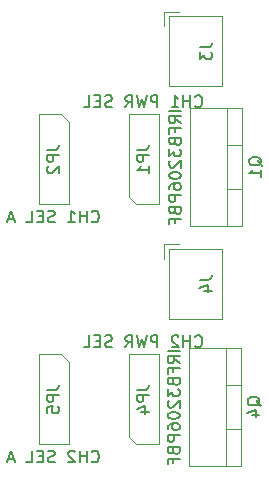
<source format=gbr>
G04 #@! TF.GenerationSoftware,KiCad,Pcbnew,(5.1.9)-1*
G04 #@! TF.CreationDate,2022-07-29T13:53:29-06:00*
G04 #@! TF.ProjectId,ABSIS_ALE_Relay_Module,41425349-535f-4414-9c45-5f52656c6179,1*
G04 #@! TF.SameCoordinates,Original*
G04 #@! TF.FileFunction,Other,Fab,Bot*
%FSLAX46Y46*%
G04 Gerber Fmt 4.6, Leading zero omitted, Abs format (unit mm)*
G04 Created by KiCad (PCBNEW (5.1.9)-1) date 2022-07-29 13:53:29*
%MOMM*%
%LPD*%
G01*
G04 APERTURE LIST*
%ADD10C,0.100000*%
%ADD11C,0.150000*%
G04 APERTURE END LIST*
D10*
X126085000Y-98890000D02*
X125450000Y-98255000D01*
X126085000Y-105875000D02*
X126085000Y-98890000D01*
X123545000Y-105875000D02*
X126085000Y-105875000D01*
X123545000Y-98255000D02*
X123545000Y-105875000D01*
X125450000Y-98255000D02*
X123545000Y-98255000D01*
X126085000Y-78570000D02*
X125450000Y-77935000D01*
X126085000Y-85555000D02*
X126085000Y-78570000D01*
X123545000Y-85555000D02*
X126085000Y-85555000D01*
X123545000Y-77935000D02*
X123545000Y-85555000D01*
X125450000Y-77935000D02*
X123545000Y-77935000D01*
X140665000Y-100850000D02*
X139395000Y-100850000D01*
X140665000Y-104550000D02*
X139395000Y-104550000D01*
X139395000Y-107700000D02*
X139395000Y-97700000D01*
X140665000Y-97700000D02*
X140665000Y-107700000D01*
X136265000Y-97700000D02*
X140665000Y-97700000D01*
X136265000Y-107700000D02*
X136265000Y-97700000D01*
X140665000Y-107700000D02*
X136265000Y-107700000D01*
X140792000Y-80530000D02*
X139522000Y-80530000D01*
X140792000Y-84230000D02*
X139522000Y-84230000D01*
X139522000Y-87380000D02*
X139522000Y-77380000D01*
X140792000Y-77380000D02*
X140792000Y-87380000D01*
X136392000Y-77380000D02*
X140792000Y-77380000D01*
X136392000Y-87380000D02*
X136392000Y-77380000D01*
X140792000Y-87380000D02*
X136392000Y-87380000D01*
X131165000Y-105240000D02*
X131800000Y-105875000D01*
X131165000Y-98255000D02*
X131165000Y-105240000D01*
X133705000Y-98255000D02*
X131165000Y-98255000D01*
X133705000Y-105875000D02*
X133705000Y-98255000D01*
X131800000Y-105875000D02*
X133705000Y-105875000D01*
X131165000Y-84920000D02*
X131800000Y-85555000D01*
X131165000Y-77935000D02*
X131165000Y-84920000D01*
X133705000Y-77935000D02*
X131165000Y-77935000D01*
X133705000Y-85555000D02*
X133705000Y-77935000D01*
X131800000Y-85555000D02*
X133705000Y-85555000D01*
X134545000Y-95220000D02*
X134545000Y-89320000D01*
X139045000Y-95220000D02*
X134545000Y-95220000D01*
X139045000Y-89320000D02*
X139045000Y-95220000D01*
X134545000Y-89320000D02*
X139045000Y-89320000D01*
X134135000Y-88910000D02*
X135385000Y-88910000D01*
X134135000Y-90160000D02*
X134135000Y-88910000D01*
X134545000Y-75535000D02*
X134545000Y-69635000D01*
X139045000Y-75535000D02*
X134545000Y-75535000D01*
X139045000Y-69635000D02*
X139045000Y-75535000D01*
X134545000Y-69635000D02*
X139045000Y-69635000D01*
X134135000Y-69225000D02*
X135385000Y-69225000D01*
X134135000Y-70475000D02*
X134135000Y-69225000D01*
D11*
X128029285Y-107292142D02*
X128076904Y-107339761D01*
X128219761Y-107387380D01*
X128315000Y-107387380D01*
X128457857Y-107339761D01*
X128553095Y-107244523D01*
X128600714Y-107149285D01*
X128648333Y-106958809D01*
X128648333Y-106815952D01*
X128600714Y-106625476D01*
X128553095Y-106530238D01*
X128457857Y-106435000D01*
X128315000Y-106387380D01*
X128219761Y-106387380D01*
X128076904Y-106435000D01*
X128029285Y-106482619D01*
X127600714Y-107387380D02*
X127600714Y-106387380D01*
X127600714Y-106863571D02*
X127029285Y-106863571D01*
X127029285Y-107387380D02*
X127029285Y-106387380D01*
X126600714Y-106482619D02*
X126553095Y-106435000D01*
X126457857Y-106387380D01*
X126219761Y-106387380D01*
X126124523Y-106435000D01*
X126076904Y-106482619D01*
X126029285Y-106577857D01*
X126029285Y-106673095D01*
X126076904Y-106815952D01*
X126648333Y-107387380D01*
X126029285Y-107387380D01*
X124886428Y-107339761D02*
X124743571Y-107387380D01*
X124505476Y-107387380D01*
X124410238Y-107339761D01*
X124362619Y-107292142D01*
X124315000Y-107196904D01*
X124315000Y-107101666D01*
X124362619Y-107006428D01*
X124410238Y-106958809D01*
X124505476Y-106911190D01*
X124695952Y-106863571D01*
X124791190Y-106815952D01*
X124838809Y-106768333D01*
X124886428Y-106673095D01*
X124886428Y-106577857D01*
X124838809Y-106482619D01*
X124791190Y-106435000D01*
X124695952Y-106387380D01*
X124457857Y-106387380D01*
X124315000Y-106435000D01*
X123886428Y-106863571D02*
X123553095Y-106863571D01*
X123410238Y-107387380D02*
X123886428Y-107387380D01*
X123886428Y-106387380D01*
X123410238Y-106387380D01*
X122505476Y-107387380D02*
X122981666Y-107387380D01*
X122981666Y-106387380D01*
X121457857Y-107101666D02*
X120981666Y-107101666D01*
X121553095Y-107387380D02*
X121219761Y-106387380D01*
X120886428Y-107387380D01*
X124267380Y-101231666D02*
X124981666Y-101231666D01*
X125124523Y-101184047D01*
X125219761Y-101088809D01*
X125267380Y-100945952D01*
X125267380Y-100850714D01*
X125267380Y-101707857D02*
X124267380Y-101707857D01*
X124267380Y-102088809D01*
X124315000Y-102184047D01*
X124362619Y-102231666D01*
X124457857Y-102279285D01*
X124600714Y-102279285D01*
X124695952Y-102231666D01*
X124743571Y-102184047D01*
X124791190Y-102088809D01*
X124791190Y-101707857D01*
X124267380Y-103184047D02*
X124267380Y-102707857D01*
X124743571Y-102660238D01*
X124695952Y-102707857D01*
X124648333Y-102803095D01*
X124648333Y-103041190D01*
X124695952Y-103136428D01*
X124743571Y-103184047D01*
X124838809Y-103231666D01*
X125076904Y-103231666D01*
X125172142Y-103184047D01*
X125219761Y-103136428D01*
X125267380Y-103041190D01*
X125267380Y-102803095D01*
X125219761Y-102707857D01*
X125172142Y-102660238D01*
X128029285Y-86972142D02*
X128076904Y-87019761D01*
X128219761Y-87067380D01*
X128315000Y-87067380D01*
X128457857Y-87019761D01*
X128553095Y-86924523D01*
X128600714Y-86829285D01*
X128648333Y-86638809D01*
X128648333Y-86495952D01*
X128600714Y-86305476D01*
X128553095Y-86210238D01*
X128457857Y-86115000D01*
X128315000Y-86067380D01*
X128219761Y-86067380D01*
X128076904Y-86115000D01*
X128029285Y-86162619D01*
X127600714Y-87067380D02*
X127600714Y-86067380D01*
X127600714Y-86543571D02*
X127029285Y-86543571D01*
X127029285Y-87067380D02*
X127029285Y-86067380D01*
X126029285Y-87067380D02*
X126600714Y-87067380D01*
X126315000Y-87067380D02*
X126315000Y-86067380D01*
X126410238Y-86210238D01*
X126505476Y-86305476D01*
X126600714Y-86353095D01*
X124886428Y-87019761D02*
X124743571Y-87067380D01*
X124505476Y-87067380D01*
X124410238Y-87019761D01*
X124362619Y-86972142D01*
X124315000Y-86876904D01*
X124315000Y-86781666D01*
X124362619Y-86686428D01*
X124410238Y-86638809D01*
X124505476Y-86591190D01*
X124695952Y-86543571D01*
X124791190Y-86495952D01*
X124838809Y-86448333D01*
X124886428Y-86353095D01*
X124886428Y-86257857D01*
X124838809Y-86162619D01*
X124791190Y-86115000D01*
X124695952Y-86067380D01*
X124457857Y-86067380D01*
X124315000Y-86115000D01*
X123886428Y-86543571D02*
X123553095Y-86543571D01*
X123410238Y-87067380D02*
X123886428Y-87067380D01*
X123886428Y-86067380D01*
X123410238Y-86067380D01*
X122505476Y-87067380D02*
X122981666Y-87067380D01*
X122981666Y-86067380D01*
X121457857Y-86781666D02*
X120981666Y-86781666D01*
X121553095Y-87067380D02*
X121219761Y-86067380D01*
X120886428Y-87067380D01*
X124267380Y-80911666D02*
X124981666Y-80911666D01*
X125124523Y-80864047D01*
X125219761Y-80768809D01*
X125267380Y-80625952D01*
X125267380Y-80530714D01*
X125267380Y-81387857D02*
X124267380Y-81387857D01*
X124267380Y-81768809D01*
X124315000Y-81864047D01*
X124362619Y-81911666D01*
X124457857Y-81959285D01*
X124600714Y-81959285D01*
X124695952Y-81911666D01*
X124743571Y-81864047D01*
X124791190Y-81768809D01*
X124791190Y-81387857D01*
X124362619Y-82340238D02*
X124315000Y-82387857D01*
X124267380Y-82483095D01*
X124267380Y-82721190D01*
X124315000Y-82816428D01*
X124362619Y-82864047D01*
X124457857Y-82911666D01*
X124553095Y-82911666D01*
X124695952Y-82864047D01*
X125267380Y-82292619D01*
X125267380Y-82911666D01*
X135467380Y-97938095D02*
X134467380Y-97938095D01*
X135467380Y-98985714D02*
X134991190Y-98652380D01*
X135467380Y-98414285D02*
X134467380Y-98414285D01*
X134467380Y-98795238D01*
X134515000Y-98890476D01*
X134562619Y-98938095D01*
X134657857Y-98985714D01*
X134800714Y-98985714D01*
X134895952Y-98938095D01*
X134943571Y-98890476D01*
X134991190Y-98795238D01*
X134991190Y-98414285D01*
X134943571Y-99747619D02*
X134943571Y-99414285D01*
X135467380Y-99414285D02*
X134467380Y-99414285D01*
X134467380Y-99890476D01*
X134943571Y-100604761D02*
X134991190Y-100747619D01*
X135038809Y-100795238D01*
X135134047Y-100842857D01*
X135276904Y-100842857D01*
X135372142Y-100795238D01*
X135419761Y-100747619D01*
X135467380Y-100652380D01*
X135467380Y-100271428D01*
X134467380Y-100271428D01*
X134467380Y-100604761D01*
X134515000Y-100700000D01*
X134562619Y-100747619D01*
X134657857Y-100795238D01*
X134753095Y-100795238D01*
X134848333Y-100747619D01*
X134895952Y-100700000D01*
X134943571Y-100604761D01*
X134943571Y-100271428D01*
X134467380Y-101176190D02*
X134467380Y-101795238D01*
X134848333Y-101461904D01*
X134848333Y-101604761D01*
X134895952Y-101700000D01*
X134943571Y-101747619D01*
X135038809Y-101795238D01*
X135276904Y-101795238D01*
X135372142Y-101747619D01*
X135419761Y-101700000D01*
X135467380Y-101604761D01*
X135467380Y-101319047D01*
X135419761Y-101223809D01*
X135372142Y-101176190D01*
X134562619Y-102176190D02*
X134515000Y-102223809D01*
X134467380Y-102319047D01*
X134467380Y-102557142D01*
X134515000Y-102652380D01*
X134562619Y-102700000D01*
X134657857Y-102747619D01*
X134753095Y-102747619D01*
X134895952Y-102700000D01*
X135467380Y-102128571D01*
X135467380Y-102747619D01*
X134467380Y-103366666D02*
X134467380Y-103461904D01*
X134515000Y-103557142D01*
X134562619Y-103604761D01*
X134657857Y-103652380D01*
X134848333Y-103700000D01*
X135086428Y-103700000D01*
X135276904Y-103652380D01*
X135372142Y-103604761D01*
X135419761Y-103557142D01*
X135467380Y-103461904D01*
X135467380Y-103366666D01*
X135419761Y-103271428D01*
X135372142Y-103223809D01*
X135276904Y-103176190D01*
X135086428Y-103128571D01*
X134848333Y-103128571D01*
X134657857Y-103176190D01*
X134562619Y-103223809D01*
X134515000Y-103271428D01*
X134467380Y-103366666D01*
X134467380Y-104557142D02*
X134467380Y-104366666D01*
X134515000Y-104271428D01*
X134562619Y-104223809D01*
X134705476Y-104128571D01*
X134895952Y-104080952D01*
X135276904Y-104080952D01*
X135372142Y-104128571D01*
X135419761Y-104176190D01*
X135467380Y-104271428D01*
X135467380Y-104461904D01*
X135419761Y-104557142D01*
X135372142Y-104604761D01*
X135276904Y-104652380D01*
X135038809Y-104652380D01*
X134943571Y-104604761D01*
X134895952Y-104557142D01*
X134848333Y-104461904D01*
X134848333Y-104271428D01*
X134895952Y-104176190D01*
X134943571Y-104128571D01*
X135038809Y-104080952D01*
X135467380Y-105080952D02*
X134467380Y-105080952D01*
X134467380Y-105461904D01*
X134515000Y-105557142D01*
X134562619Y-105604761D01*
X134657857Y-105652380D01*
X134800714Y-105652380D01*
X134895952Y-105604761D01*
X134943571Y-105557142D01*
X134991190Y-105461904D01*
X134991190Y-105080952D01*
X134943571Y-106414285D02*
X134991190Y-106557142D01*
X135038809Y-106604761D01*
X135134047Y-106652380D01*
X135276904Y-106652380D01*
X135372142Y-106604761D01*
X135419761Y-106557142D01*
X135467380Y-106461904D01*
X135467380Y-106080952D01*
X134467380Y-106080952D01*
X134467380Y-106414285D01*
X134515000Y-106509523D01*
X134562619Y-106557142D01*
X134657857Y-106604761D01*
X134753095Y-106604761D01*
X134848333Y-106557142D01*
X134895952Y-106509523D01*
X134943571Y-106414285D01*
X134943571Y-106080952D01*
X134943571Y-107414285D02*
X134943571Y-107080952D01*
X135467380Y-107080952D02*
X134467380Y-107080952D01*
X134467380Y-107557142D01*
X142332619Y-102604761D02*
X142285000Y-102509523D01*
X142189761Y-102414285D01*
X142046904Y-102271428D01*
X141999285Y-102176190D01*
X141999285Y-102080952D01*
X142237380Y-102128571D02*
X142189761Y-102033333D01*
X142094523Y-101938095D01*
X141904047Y-101890476D01*
X141570714Y-101890476D01*
X141380238Y-101938095D01*
X141285000Y-102033333D01*
X141237380Y-102128571D01*
X141237380Y-102319047D01*
X141285000Y-102414285D01*
X141380238Y-102509523D01*
X141570714Y-102557142D01*
X141904047Y-102557142D01*
X142094523Y-102509523D01*
X142189761Y-102414285D01*
X142237380Y-102319047D01*
X142237380Y-102128571D01*
X141570714Y-103414285D02*
X142237380Y-103414285D01*
X141189761Y-103176190D02*
X141904047Y-102938095D01*
X141904047Y-103557142D01*
X135594380Y-77618095D02*
X134594380Y-77618095D01*
X135594380Y-78665714D02*
X135118190Y-78332380D01*
X135594380Y-78094285D02*
X134594380Y-78094285D01*
X134594380Y-78475238D01*
X134642000Y-78570476D01*
X134689619Y-78618095D01*
X134784857Y-78665714D01*
X134927714Y-78665714D01*
X135022952Y-78618095D01*
X135070571Y-78570476D01*
X135118190Y-78475238D01*
X135118190Y-78094285D01*
X135070571Y-79427619D02*
X135070571Y-79094285D01*
X135594380Y-79094285D02*
X134594380Y-79094285D01*
X134594380Y-79570476D01*
X135070571Y-80284761D02*
X135118190Y-80427619D01*
X135165809Y-80475238D01*
X135261047Y-80522857D01*
X135403904Y-80522857D01*
X135499142Y-80475238D01*
X135546761Y-80427619D01*
X135594380Y-80332380D01*
X135594380Y-79951428D01*
X134594380Y-79951428D01*
X134594380Y-80284761D01*
X134642000Y-80380000D01*
X134689619Y-80427619D01*
X134784857Y-80475238D01*
X134880095Y-80475238D01*
X134975333Y-80427619D01*
X135022952Y-80380000D01*
X135070571Y-80284761D01*
X135070571Y-79951428D01*
X134594380Y-80856190D02*
X134594380Y-81475238D01*
X134975333Y-81141904D01*
X134975333Y-81284761D01*
X135022952Y-81380000D01*
X135070571Y-81427619D01*
X135165809Y-81475238D01*
X135403904Y-81475238D01*
X135499142Y-81427619D01*
X135546761Y-81380000D01*
X135594380Y-81284761D01*
X135594380Y-80999047D01*
X135546761Y-80903809D01*
X135499142Y-80856190D01*
X134689619Y-81856190D02*
X134642000Y-81903809D01*
X134594380Y-81999047D01*
X134594380Y-82237142D01*
X134642000Y-82332380D01*
X134689619Y-82380000D01*
X134784857Y-82427619D01*
X134880095Y-82427619D01*
X135022952Y-82380000D01*
X135594380Y-81808571D01*
X135594380Y-82427619D01*
X134594380Y-83046666D02*
X134594380Y-83141904D01*
X134642000Y-83237142D01*
X134689619Y-83284761D01*
X134784857Y-83332380D01*
X134975333Y-83380000D01*
X135213428Y-83380000D01*
X135403904Y-83332380D01*
X135499142Y-83284761D01*
X135546761Y-83237142D01*
X135594380Y-83141904D01*
X135594380Y-83046666D01*
X135546761Y-82951428D01*
X135499142Y-82903809D01*
X135403904Y-82856190D01*
X135213428Y-82808571D01*
X134975333Y-82808571D01*
X134784857Y-82856190D01*
X134689619Y-82903809D01*
X134642000Y-82951428D01*
X134594380Y-83046666D01*
X134594380Y-84237142D02*
X134594380Y-84046666D01*
X134642000Y-83951428D01*
X134689619Y-83903809D01*
X134832476Y-83808571D01*
X135022952Y-83760952D01*
X135403904Y-83760952D01*
X135499142Y-83808571D01*
X135546761Y-83856190D01*
X135594380Y-83951428D01*
X135594380Y-84141904D01*
X135546761Y-84237142D01*
X135499142Y-84284761D01*
X135403904Y-84332380D01*
X135165809Y-84332380D01*
X135070571Y-84284761D01*
X135022952Y-84237142D01*
X134975333Y-84141904D01*
X134975333Y-83951428D01*
X135022952Y-83856190D01*
X135070571Y-83808571D01*
X135165809Y-83760952D01*
X135594380Y-84760952D02*
X134594380Y-84760952D01*
X134594380Y-85141904D01*
X134642000Y-85237142D01*
X134689619Y-85284761D01*
X134784857Y-85332380D01*
X134927714Y-85332380D01*
X135022952Y-85284761D01*
X135070571Y-85237142D01*
X135118190Y-85141904D01*
X135118190Y-84760952D01*
X135070571Y-86094285D02*
X135118190Y-86237142D01*
X135165809Y-86284761D01*
X135261047Y-86332380D01*
X135403904Y-86332380D01*
X135499142Y-86284761D01*
X135546761Y-86237142D01*
X135594380Y-86141904D01*
X135594380Y-85760952D01*
X134594380Y-85760952D01*
X134594380Y-86094285D01*
X134642000Y-86189523D01*
X134689619Y-86237142D01*
X134784857Y-86284761D01*
X134880095Y-86284761D01*
X134975333Y-86237142D01*
X135022952Y-86189523D01*
X135070571Y-86094285D01*
X135070571Y-85760952D01*
X135070571Y-87094285D02*
X135070571Y-86760952D01*
X135594380Y-86760952D02*
X134594380Y-86760952D01*
X134594380Y-87237142D01*
X142459619Y-82284761D02*
X142412000Y-82189523D01*
X142316761Y-82094285D01*
X142173904Y-81951428D01*
X142126285Y-81856190D01*
X142126285Y-81760952D01*
X142364380Y-81808571D02*
X142316761Y-81713333D01*
X142221523Y-81618095D01*
X142031047Y-81570476D01*
X141697714Y-81570476D01*
X141507238Y-81618095D01*
X141412000Y-81713333D01*
X141364380Y-81808571D01*
X141364380Y-81999047D01*
X141412000Y-82094285D01*
X141507238Y-82189523D01*
X141697714Y-82237142D01*
X142031047Y-82237142D01*
X142221523Y-82189523D01*
X142316761Y-82094285D01*
X142364380Y-81999047D01*
X142364380Y-81808571D01*
X142364380Y-83189523D02*
X142364380Y-82618095D01*
X142364380Y-82903809D02*
X141364380Y-82903809D01*
X141507238Y-82808571D01*
X141602476Y-82713333D01*
X141650095Y-82618095D01*
X136792142Y-97552142D02*
X136839761Y-97599761D01*
X136982619Y-97647380D01*
X137077857Y-97647380D01*
X137220714Y-97599761D01*
X137315952Y-97504523D01*
X137363571Y-97409285D01*
X137411190Y-97218809D01*
X137411190Y-97075952D01*
X137363571Y-96885476D01*
X137315952Y-96790238D01*
X137220714Y-96695000D01*
X137077857Y-96647380D01*
X136982619Y-96647380D01*
X136839761Y-96695000D01*
X136792142Y-96742619D01*
X136363571Y-97647380D02*
X136363571Y-96647380D01*
X136363571Y-97123571D02*
X135792142Y-97123571D01*
X135792142Y-97647380D02*
X135792142Y-96647380D01*
X135363571Y-96742619D02*
X135315952Y-96695000D01*
X135220714Y-96647380D01*
X134982619Y-96647380D01*
X134887380Y-96695000D01*
X134839761Y-96742619D01*
X134792142Y-96837857D01*
X134792142Y-96933095D01*
X134839761Y-97075952D01*
X135411190Y-97647380D01*
X134792142Y-97647380D01*
X133601666Y-97647380D02*
X133601666Y-96647380D01*
X133220714Y-96647380D01*
X133125476Y-96695000D01*
X133077857Y-96742619D01*
X133030238Y-96837857D01*
X133030238Y-96980714D01*
X133077857Y-97075952D01*
X133125476Y-97123571D01*
X133220714Y-97171190D01*
X133601666Y-97171190D01*
X132696904Y-96647380D02*
X132458809Y-97647380D01*
X132268333Y-96933095D01*
X132077857Y-97647380D01*
X131839761Y-96647380D01*
X130887380Y-97647380D02*
X131220714Y-97171190D01*
X131458809Y-97647380D02*
X131458809Y-96647380D01*
X131077857Y-96647380D01*
X130982619Y-96695000D01*
X130935000Y-96742619D01*
X130887380Y-96837857D01*
X130887380Y-96980714D01*
X130935000Y-97075952D01*
X130982619Y-97123571D01*
X131077857Y-97171190D01*
X131458809Y-97171190D01*
X129744523Y-97599761D02*
X129601666Y-97647380D01*
X129363571Y-97647380D01*
X129268333Y-97599761D01*
X129220714Y-97552142D01*
X129173095Y-97456904D01*
X129173095Y-97361666D01*
X129220714Y-97266428D01*
X129268333Y-97218809D01*
X129363571Y-97171190D01*
X129554047Y-97123571D01*
X129649285Y-97075952D01*
X129696904Y-97028333D01*
X129744523Y-96933095D01*
X129744523Y-96837857D01*
X129696904Y-96742619D01*
X129649285Y-96695000D01*
X129554047Y-96647380D01*
X129315952Y-96647380D01*
X129173095Y-96695000D01*
X128744523Y-97123571D02*
X128411190Y-97123571D01*
X128268333Y-97647380D02*
X128744523Y-97647380D01*
X128744523Y-96647380D01*
X128268333Y-96647380D01*
X127363571Y-97647380D02*
X127839761Y-97647380D01*
X127839761Y-96647380D01*
X131887380Y-101231666D02*
X132601666Y-101231666D01*
X132744523Y-101184047D01*
X132839761Y-101088809D01*
X132887380Y-100945952D01*
X132887380Y-100850714D01*
X132887380Y-101707857D02*
X131887380Y-101707857D01*
X131887380Y-102088809D01*
X131935000Y-102184047D01*
X131982619Y-102231666D01*
X132077857Y-102279285D01*
X132220714Y-102279285D01*
X132315952Y-102231666D01*
X132363571Y-102184047D01*
X132411190Y-102088809D01*
X132411190Y-101707857D01*
X132220714Y-103136428D02*
X132887380Y-103136428D01*
X131839761Y-102898333D02*
X132554047Y-102660238D01*
X132554047Y-103279285D01*
X136792142Y-77232142D02*
X136839761Y-77279761D01*
X136982619Y-77327380D01*
X137077857Y-77327380D01*
X137220714Y-77279761D01*
X137315952Y-77184523D01*
X137363571Y-77089285D01*
X137411190Y-76898809D01*
X137411190Y-76755952D01*
X137363571Y-76565476D01*
X137315952Y-76470238D01*
X137220714Y-76375000D01*
X137077857Y-76327380D01*
X136982619Y-76327380D01*
X136839761Y-76375000D01*
X136792142Y-76422619D01*
X136363571Y-77327380D02*
X136363571Y-76327380D01*
X136363571Y-76803571D02*
X135792142Y-76803571D01*
X135792142Y-77327380D02*
X135792142Y-76327380D01*
X134792142Y-77327380D02*
X135363571Y-77327380D01*
X135077857Y-77327380D02*
X135077857Y-76327380D01*
X135173095Y-76470238D01*
X135268333Y-76565476D01*
X135363571Y-76613095D01*
X133601666Y-77327380D02*
X133601666Y-76327380D01*
X133220714Y-76327380D01*
X133125476Y-76375000D01*
X133077857Y-76422619D01*
X133030238Y-76517857D01*
X133030238Y-76660714D01*
X133077857Y-76755952D01*
X133125476Y-76803571D01*
X133220714Y-76851190D01*
X133601666Y-76851190D01*
X132696904Y-76327380D02*
X132458809Y-77327380D01*
X132268333Y-76613095D01*
X132077857Y-77327380D01*
X131839761Y-76327380D01*
X130887380Y-77327380D02*
X131220714Y-76851190D01*
X131458809Y-77327380D02*
X131458809Y-76327380D01*
X131077857Y-76327380D01*
X130982619Y-76375000D01*
X130935000Y-76422619D01*
X130887380Y-76517857D01*
X130887380Y-76660714D01*
X130935000Y-76755952D01*
X130982619Y-76803571D01*
X131077857Y-76851190D01*
X131458809Y-76851190D01*
X129744523Y-77279761D02*
X129601666Y-77327380D01*
X129363571Y-77327380D01*
X129268333Y-77279761D01*
X129220714Y-77232142D01*
X129173095Y-77136904D01*
X129173095Y-77041666D01*
X129220714Y-76946428D01*
X129268333Y-76898809D01*
X129363571Y-76851190D01*
X129554047Y-76803571D01*
X129649285Y-76755952D01*
X129696904Y-76708333D01*
X129744523Y-76613095D01*
X129744523Y-76517857D01*
X129696904Y-76422619D01*
X129649285Y-76375000D01*
X129554047Y-76327380D01*
X129315952Y-76327380D01*
X129173095Y-76375000D01*
X128744523Y-76803571D02*
X128411190Y-76803571D01*
X128268333Y-77327380D02*
X128744523Y-77327380D01*
X128744523Y-76327380D01*
X128268333Y-76327380D01*
X127363571Y-77327380D02*
X127839761Y-77327380D01*
X127839761Y-76327380D01*
X131887380Y-80911666D02*
X132601666Y-80911666D01*
X132744523Y-80864047D01*
X132839761Y-80768809D01*
X132887380Y-80625952D01*
X132887380Y-80530714D01*
X132887380Y-81387857D02*
X131887380Y-81387857D01*
X131887380Y-81768809D01*
X131935000Y-81864047D01*
X131982619Y-81911666D01*
X132077857Y-81959285D01*
X132220714Y-81959285D01*
X132315952Y-81911666D01*
X132363571Y-81864047D01*
X132411190Y-81768809D01*
X132411190Y-81387857D01*
X132887380Y-82911666D02*
X132887380Y-82340238D01*
X132887380Y-82625952D02*
X131887380Y-82625952D01*
X132030238Y-82530714D01*
X132125476Y-82435476D01*
X132173095Y-82340238D01*
X137197380Y-91936666D02*
X137911666Y-91936666D01*
X138054523Y-91889047D01*
X138149761Y-91793809D01*
X138197380Y-91650952D01*
X138197380Y-91555714D01*
X137530714Y-92841428D02*
X138197380Y-92841428D01*
X137149761Y-92603333D02*
X137864047Y-92365238D01*
X137864047Y-92984285D01*
X137197380Y-72251666D02*
X137911666Y-72251666D01*
X138054523Y-72204047D01*
X138149761Y-72108809D01*
X138197380Y-71965952D01*
X138197380Y-71870714D01*
X137197380Y-72632619D02*
X137197380Y-73251666D01*
X137578333Y-72918333D01*
X137578333Y-73061190D01*
X137625952Y-73156428D01*
X137673571Y-73204047D01*
X137768809Y-73251666D01*
X138006904Y-73251666D01*
X138102142Y-73204047D01*
X138149761Y-73156428D01*
X138197380Y-73061190D01*
X138197380Y-72775476D01*
X138149761Y-72680238D01*
X138102142Y-72632619D01*
M02*

</source>
